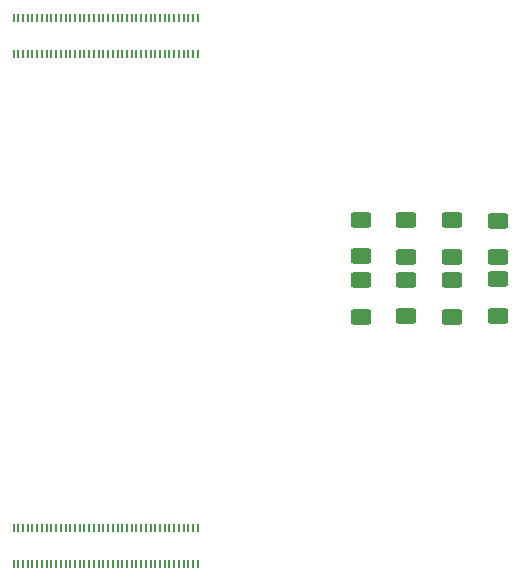
<source format=gbr>
%TF.GenerationSoftware,KiCad,Pcbnew,7.0.8*%
%TF.CreationDate,2023-10-25T17:14:19-06:00*%
%TF.ProjectId,GR-LRR-PCB,47522d4c-5252-42d5-9043-422e6b696361,rev?*%
%TF.SameCoordinates,Original*%
%TF.FileFunction,Paste,Bot*%
%TF.FilePolarity,Positive*%
%FSLAX46Y46*%
G04 Gerber Fmt 4.6, Leading zero omitted, Abs format (unit mm)*
G04 Created by KiCad (PCBNEW 7.0.8) date 2023-10-25 17:14:19*
%MOMM*%
%LPD*%
G01*
G04 APERTURE LIST*
G04 Aperture macros list*
%AMRoundRect*
0 Rectangle with rounded corners*
0 $1 Rounding radius*
0 $2 $3 $4 $5 $6 $7 $8 $9 X,Y pos of 4 corners*
0 Add a 4 corners polygon primitive as box body*
4,1,4,$2,$3,$4,$5,$6,$7,$8,$9,$2,$3,0*
0 Add four circle primitives for the rounded corners*
1,1,$1+$1,$2,$3*
1,1,$1+$1,$4,$5*
1,1,$1+$1,$6,$7*
1,1,$1+$1,$8,$9*
0 Add four rect primitives between the rounded corners*
20,1,$1+$1,$2,$3,$4,$5,0*
20,1,$1+$1,$4,$5,$6,$7,0*
20,1,$1+$1,$6,$7,$8,$9,0*
20,1,$1+$1,$8,$9,$2,$3,0*%
G04 Aperture macros list end*
%ADD10RoundRect,0.250000X0.625000X-0.400000X0.625000X0.400000X-0.625000X0.400000X-0.625000X-0.400000X0*%
%ADD11R,0.200000X0.700000*%
G04 APERTURE END LIST*
D10*
%TO.C,R18*%
X161112200Y-94366600D03*
X161112200Y-91266600D03*
%TD*%
D11*
%TO.C,J1*%
X124000600Y-72118800D03*
X124000600Y-69038800D03*
X124400600Y-72118800D03*
X124400600Y-69038800D03*
X124800600Y-72118800D03*
X124800600Y-69038800D03*
X125200600Y-72118800D03*
X125200600Y-69038800D03*
X125600600Y-72118800D03*
X125600600Y-69038800D03*
X126000600Y-72118800D03*
X126000600Y-69038800D03*
X126400600Y-72118800D03*
X126400600Y-69038800D03*
X126800600Y-72118800D03*
X126800600Y-69038800D03*
X127200600Y-72118800D03*
X127200600Y-69038800D03*
X127600600Y-72118800D03*
X127600600Y-69038800D03*
X128000600Y-72118800D03*
X128000600Y-69038800D03*
X128400600Y-72118800D03*
X128400600Y-69038800D03*
X128800600Y-72118800D03*
X128800600Y-69038800D03*
X129200600Y-72118800D03*
X129200600Y-69038800D03*
X129600600Y-72118800D03*
X129600600Y-69038800D03*
X130000600Y-72118800D03*
X130000600Y-69038800D03*
X130400600Y-72118800D03*
X130400600Y-69038800D03*
X130800600Y-72118800D03*
X130800600Y-69038800D03*
X131200600Y-72118800D03*
X131200600Y-69038800D03*
X131600600Y-72118800D03*
X131600600Y-69038800D03*
X132000600Y-72118800D03*
X132000600Y-69038800D03*
X132400600Y-72118800D03*
X132400600Y-69038800D03*
X132800600Y-72118800D03*
X132800600Y-69038800D03*
X133200600Y-72118800D03*
X133200600Y-69038800D03*
X133600600Y-72118800D03*
X133600600Y-69038800D03*
X134000600Y-72118800D03*
X134000600Y-69038800D03*
X134400600Y-72118800D03*
X134400600Y-69038800D03*
X134800600Y-72118800D03*
X134800600Y-69038800D03*
X135200600Y-72118800D03*
X135200600Y-69038800D03*
X135600600Y-72118800D03*
X135600600Y-69038800D03*
X136000600Y-72118800D03*
X136000600Y-69038800D03*
X136400600Y-72118800D03*
X136400600Y-69038800D03*
X136800600Y-72118800D03*
X136800600Y-69038800D03*
X137200600Y-72118800D03*
X137200600Y-69038800D03*
X137600600Y-72118800D03*
X137600600Y-69038800D03*
X138000600Y-72118800D03*
X138000600Y-69038800D03*
X138400600Y-72118800D03*
X138400600Y-69038800D03*
X138800600Y-72118800D03*
X138800600Y-69038800D03*
X139200600Y-72118800D03*
X139200600Y-69038800D03*
X139600600Y-72118800D03*
X139600600Y-69038800D03*
%TD*%
D10*
%TO.C,R3*%
X157244134Y-94341600D03*
X157244134Y-91241600D03*
%TD*%
%TO.C,R1*%
X153376068Y-94371600D03*
X153376068Y-91271600D03*
%TD*%
%TO.C,R20*%
X164980266Y-94311600D03*
X164980266Y-91211600D03*
%TD*%
%TO.C,R2*%
X153376068Y-89261600D03*
X153376068Y-86161600D03*
%TD*%
%TO.C,R19*%
X161112200Y-89266600D03*
X161112200Y-86166600D03*
%TD*%
%TO.C,R17*%
X157244134Y-89291600D03*
X157244134Y-86191600D03*
%TD*%
D11*
%TO.C,J2*%
X124000600Y-115298800D03*
X124000600Y-112218800D03*
X124400600Y-115298800D03*
X124400600Y-112218800D03*
X124800600Y-115298800D03*
X124800600Y-112218800D03*
X125200600Y-115298800D03*
X125200600Y-112218800D03*
X125600600Y-115298800D03*
X125600600Y-112218800D03*
X126000600Y-115298800D03*
X126000600Y-112218800D03*
X126400600Y-115298800D03*
X126400600Y-112218800D03*
X126800600Y-115298800D03*
X126800600Y-112218800D03*
X127200600Y-115298800D03*
X127200600Y-112218800D03*
X127600600Y-115298800D03*
X127600600Y-112218800D03*
X128000600Y-115298800D03*
X128000600Y-112218800D03*
X128400600Y-115298800D03*
X128400600Y-112218800D03*
X128800600Y-115298800D03*
X128800600Y-112218800D03*
X129200600Y-115298800D03*
X129200600Y-112218800D03*
X129600600Y-115298800D03*
X129600600Y-112218800D03*
X130000600Y-115298800D03*
X130000600Y-112218800D03*
X130400600Y-115298800D03*
X130400600Y-112218800D03*
X130800600Y-115298800D03*
X130800600Y-112218800D03*
X131200600Y-115298800D03*
X131200600Y-112218800D03*
X131600600Y-115298800D03*
X131600600Y-112218800D03*
X132000600Y-115298800D03*
X132000600Y-112218800D03*
X132400600Y-115298800D03*
X132400600Y-112218800D03*
X132800600Y-115298800D03*
X132800600Y-112218800D03*
X133200600Y-115298800D03*
X133200600Y-112218800D03*
X133600600Y-115298800D03*
X133600600Y-112218800D03*
X134000600Y-115298800D03*
X134000600Y-112218800D03*
X134400600Y-115298800D03*
X134400600Y-112218800D03*
X134800600Y-115298800D03*
X134800600Y-112218800D03*
X135200600Y-115298800D03*
X135200600Y-112218800D03*
X135600600Y-115298800D03*
X135600600Y-112218800D03*
X136000600Y-115298800D03*
X136000600Y-112218800D03*
X136400600Y-115298800D03*
X136400600Y-112218800D03*
X136800600Y-115298800D03*
X136800600Y-112218800D03*
X137200600Y-115298800D03*
X137200600Y-112218800D03*
X137600600Y-115298800D03*
X137600600Y-112218800D03*
X138000600Y-115298800D03*
X138000600Y-112218800D03*
X138400600Y-115298800D03*
X138400600Y-112218800D03*
X138800600Y-115298800D03*
X138800600Y-112218800D03*
X139200600Y-115298800D03*
X139200600Y-112218800D03*
X139600600Y-115298800D03*
X139600600Y-112218800D03*
%TD*%
D10*
%TO.C,R21*%
X164980266Y-89321600D03*
X164980266Y-86221600D03*
%TD*%
M02*

</source>
